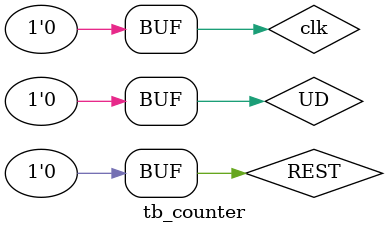
<source format=v>
`timescale 1ns / 1ps


module tb_counter;

	// Inputs
	reg clk;
	reg UD;
	reg REST;

	// Outputs
	wire Q_out;

	// Instantiate the Unit Under Test (UUT)
	counter uut (
		.clk(clk), 
		.UD(UD), 
		.REST(REST), 
		.Q_out(Q_out)
	);
	
	initial begin
		clk = 1'b0;
		repeat(500)
		begin
			#40
			clk = ~clk;
		end
	end

	initial begin
		// Initialize Inputs
		UD = 0;
		REST = 1;
		#100;
		
		REST = 0;
		UD = 0;
		#100;
		
		UD = 1;
		#100;
		
		UD = 1;
		#100;
		
		UD = 0;
		#100;
		
		UD = 1;
		#100;
		
		UD = 0;
		#200;
        
		// Add stimulus here

	end
      
endmodule


</source>
